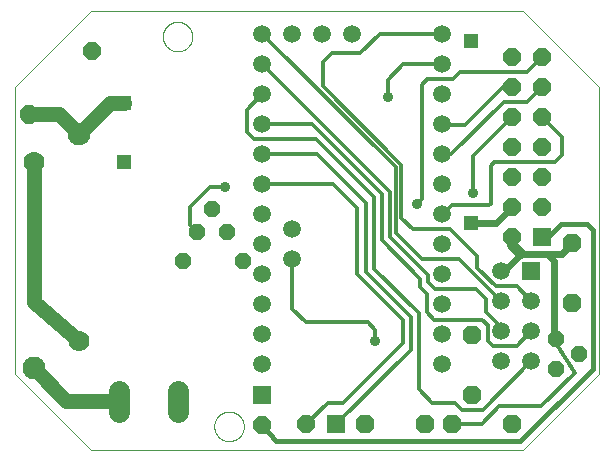
<source format=gbl>
G75*
%MOIN*%
%OFA0B0*%
%FSLAX25Y25*%
%IPPOS*%
%LPD*%
%AMOC8*
5,1,8,0,0,1.08239X$1,22.5*
%
%ADD10C,0.00000*%
%ADD11R,0.05150X0.05150*%
%ADD12C,0.07600*%
%ADD13C,0.07000*%
%ADD14C,0.07050*%
%ADD15C,0.05937*%
%ADD16R,0.05937X0.05937*%
%ADD17OC8,0.06300*%
%ADD18OC8,0.05200*%
%ADD19R,0.06000X0.06000*%
%ADD20OC8,0.06000*%
%ADD21C,0.01187*%
%ADD22C,0.05000*%
%ADD23C,0.02400*%
%ADD24C,0.03200*%
%ADD25C,0.01200*%
%ADD26C,0.01600*%
%ADD27C,0.03562*%
D10*
X0002942Y0027902D02*
X0028336Y0002508D01*
X0172431Y0002508D01*
X0197824Y0027902D01*
X0197824Y0123374D01*
X0172431Y0148768D01*
X0028336Y0148768D01*
X0002942Y0123374D01*
X0002942Y0027902D01*
X0069478Y0010382D02*
X0069480Y0010522D01*
X0069486Y0010662D01*
X0069496Y0010801D01*
X0069510Y0010940D01*
X0069528Y0011079D01*
X0069549Y0011217D01*
X0069575Y0011355D01*
X0069605Y0011492D01*
X0069638Y0011627D01*
X0069676Y0011762D01*
X0069717Y0011896D01*
X0069762Y0012029D01*
X0069810Y0012160D01*
X0069863Y0012289D01*
X0069919Y0012418D01*
X0069978Y0012544D01*
X0070042Y0012669D01*
X0070108Y0012792D01*
X0070179Y0012913D01*
X0070252Y0013032D01*
X0070329Y0013149D01*
X0070410Y0013263D01*
X0070493Y0013375D01*
X0070580Y0013485D01*
X0070670Y0013593D01*
X0070762Y0013697D01*
X0070858Y0013799D01*
X0070957Y0013899D01*
X0071058Y0013995D01*
X0071162Y0014089D01*
X0071269Y0014179D01*
X0071378Y0014266D01*
X0071490Y0014351D01*
X0071604Y0014432D01*
X0071720Y0014510D01*
X0071838Y0014584D01*
X0071959Y0014655D01*
X0072081Y0014723D01*
X0072206Y0014787D01*
X0072332Y0014848D01*
X0072459Y0014905D01*
X0072589Y0014958D01*
X0072720Y0015008D01*
X0072852Y0015053D01*
X0072985Y0015096D01*
X0073120Y0015134D01*
X0073255Y0015168D01*
X0073392Y0015199D01*
X0073529Y0015226D01*
X0073667Y0015248D01*
X0073806Y0015267D01*
X0073945Y0015282D01*
X0074084Y0015293D01*
X0074224Y0015300D01*
X0074364Y0015303D01*
X0074504Y0015302D01*
X0074644Y0015297D01*
X0074783Y0015288D01*
X0074923Y0015275D01*
X0075062Y0015258D01*
X0075200Y0015237D01*
X0075338Y0015213D01*
X0075475Y0015184D01*
X0075611Y0015152D01*
X0075746Y0015115D01*
X0075880Y0015075D01*
X0076013Y0015031D01*
X0076144Y0014983D01*
X0076274Y0014932D01*
X0076403Y0014877D01*
X0076530Y0014818D01*
X0076655Y0014755D01*
X0076778Y0014690D01*
X0076900Y0014620D01*
X0077019Y0014547D01*
X0077137Y0014471D01*
X0077252Y0014392D01*
X0077365Y0014309D01*
X0077475Y0014223D01*
X0077583Y0014134D01*
X0077688Y0014042D01*
X0077791Y0013947D01*
X0077891Y0013849D01*
X0077988Y0013749D01*
X0078082Y0013645D01*
X0078174Y0013539D01*
X0078262Y0013431D01*
X0078347Y0013320D01*
X0078429Y0013206D01*
X0078508Y0013090D01*
X0078583Y0012973D01*
X0078655Y0012853D01*
X0078723Y0012731D01*
X0078788Y0012607D01*
X0078850Y0012481D01*
X0078908Y0012354D01*
X0078962Y0012225D01*
X0079013Y0012094D01*
X0079059Y0011962D01*
X0079102Y0011829D01*
X0079142Y0011695D01*
X0079177Y0011560D01*
X0079209Y0011423D01*
X0079236Y0011286D01*
X0079260Y0011148D01*
X0079280Y0011010D01*
X0079296Y0010871D01*
X0079308Y0010731D01*
X0079316Y0010592D01*
X0079320Y0010452D01*
X0079320Y0010312D01*
X0079316Y0010172D01*
X0079308Y0010033D01*
X0079296Y0009893D01*
X0079280Y0009754D01*
X0079260Y0009616D01*
X0079236Y0009478D01*
X0079209Y0009341D01*
X0079177Y0009204D01*
X0079142Y0009069D01*
X0079102Y0008935D01*
X0079059Y0008802D01*
X0079013Y0008670D01*
X0078962Y0008539D01*
X0078908Y0008410D01*
X0078850Y0008283D01*
X0078788Y0008157D01*
X0078723Y0008033D01*
X0078655Y0007911D01*
X0078583Y0007791D01*
X0078508Y0007674D01*
X0078429Y0007558D01*
X0078347Y0007444D01*
X0078262Y0007333D01*
X0078174Y0007225D01*
X0078082Y0007119D01*
X0077988Y0007015D01*
X0077891Y0006915D01*
X0077791Y0006817D01*
X0077688Y0006722D01*
X0077583Y0006630D01*
X0077475Y0006541D01*
X0077365Y0006455D01*
X0077252Y0006372D01*
X0077137Y0006293D01*
X0077019Y0006217D01*
X0076900Y0006144D01*
X0076778Y0006074D01*
X0076655Y0006009D01*
X0076530Y0005946D01*
X0076403Y0005887D01*
X0076274Y0005832D01*
X0076144Y0005781D01*
X0076013Y0005733D01*
X0075880Y0005689D01*
X0075746Y0005649D01*
X0075611Y0005612D01*
X0075475Y0005580D01*
X0075338Y0005551D01*
X0075200Y0005527D01*
X0075062Y0005506D01*
X0074923Y0005489D01*
X0074783Y0005476D01*
X0074644Y0005467D01*
X0074504Y0005462D01*
X0074364Y0005461D01*
X0074224Y0005464D01*
X0074084Y0005471D01*
X0073945Y0005482D01*
X0073806Y0005497D01*
X0073667Y0005516D01*
X0073529Y0005538D01*
X0073392Y0005565D01*
X0073255Y0005596D01*
X0073120Y0005630D01*
X0072985Y0005668D01*
X0072852Y0005711D01*
X0072720Y0005756D01*
X0072589Y0005806D01*
X0072459Y0005859D01*
X0072332Y0005916D01*
X0072206Y0005977D01*
X0072081Y0006041D01*
X0071959Y0006109D01*
X0071838Y0006180D01*
X0071720Y0006254D01*
X0071604Y0006332D01*
X0071490Y0006413D01*
X0071378Y0006498D01*
X0071269Y0006585D01*
X0071162Y0006675D01*
X0071058Y0006769D01*
X0070957Y0006865D01*
X0070858Y0006965D01*
X0070762Y0007067D01*
X0070670Y0007171D01*
X0070580Y0007279D01*
X0070493Y0007389D01*
X0070410Y0007501D01*
X0070329Y0007615D01*
X0070252Y0007732D01*
X0070179Y0007851D01*
X0070108Y0007972D01*
X0070042Y0008095D01*
X0069978Y0008220D01*
X0069919Y0008346D01*
X0069863Y0008475D01*
X0069810Y0008604D01*
X0069762Y0008735D01*
X0069717Y0008868D01*
X0069676Y0009002D01*
X0069638Y0009137D01*
X0069605Y0009272D01*
X0069575Y0009409D01*
X0069549Y0009547D01*
X0069528Y0009685D01*
X0069510Y0009824D01*
X0069496Y0009963D01*
X0069486Y0010102D01*
X0069480Y0010242D01*
X0069478Y0010382D01*
X0052352Y0140303D02*
X0052354Y0140443D01*
X0052360Y0140583D01*
X0052370Y0140722D01*
X0052384Y0140861D01*
X0052402Y0141000D01*
X0052423Y0141138D01*
X0052449Y0141276D01*
X0052479Y0141413D01*
X0052512Y0141548D01*
X0052550Y0141683D01*
X0052591Y0141817D01*
X0052636Y0141950D01*
X0052684Y0142081D01*
X0052737Y0142210D01*
X0052793Y0142339D01*
X0052852Y0142465D01*
X0052916Y0142590D01*
X0052982Y0142713D01*
X0053053Y0142834D01*
X0053126Y0142953D01*
X0053203Y0143070D01*
X0053284Y0143184D01*
X0053367Y0143296D01*
X0053454Y0143406D01*
X0053544Y0143514D01*
X0053636Y0143618D01*
X0053732Y0143720D01*
X0053831Y0143820D01*
X0053932Y0143916D01*
X0054036Y0144010D01*
X0054143Y0144100D01*
X0054252Y0144187D01*
X0054364Y0144272D01*
X0054478Y0144353D01*
X0054594Y0144431D01*
X0054712Y0144505D01*
X0054833Y0144576D01*
X0054955Y0144644D01*
X0055080Y0144708D01*
X0055206Y0144769D01*
X0055333Y0144826D01*
X0055463Y0144879D01*
X0055594Y0144929D01*
X0055726Y0144974D01*
X0055859Y0145017D01*
X0055994Y0145055D01*
X0056129Y0145089D01*
X0056266Y0145120D01*
X0056403Y0145147D01*
X0056541Y0145169D01*
X0056680Y0145188D01*
X0056819Y0145203D01*
X0056958Y0145214D01*
X0057098Y0145221D01*
X0057238Y0145224D01*
X0057378Y0145223D01*
X0057518Y0145218D01*
X0057657Y0145209D01*
X0057797Y0145196D01*
X0057936Y0145179D01*
X0058074Y0145158D01*
X0058212Y0145134D01*
X0058349Y0145105D01*
X0058485Y0145073D01*
X0058620Y0145036D01*
X0058754Y0144996D01*
X0058887Y0144952D01*
X0059018Y0144904D01*
X0059148Y0144853D01*
X0059277Y0144798D01*
X0059404Y0144739D01*
X0059529Y0144676D01*
X0059652Y0144611D01*
X0059774Y0144541D01*
X0059893Y0144468D01*
X0060011Y0144392D01*
X0060126Y0144313D01*
X0060239Y0144230D01*
X0060349Y0144144D01*
X0060457Y0144055D01*
X0060562Y0143963D01*
X0060665Y0143868D01*
X0060765Y0143770D01*
X0060862Y0143670D01*
X0060956Y0143566D01*
X0061048Y0143460D01*
X0061136Y0143352D01*
X0061221Y0143241D01*
X0061303Y0143127D01*
X0061382Y0143011D01*
X0061457Y0142894D01*
X0061529Y0142774D01*
X0061597Y0142652D01*
X0061662Y0142528D01*
X0061724Y0142402D01*
X0061782Y0142275D01*
X0061836Y0142146D01*
X0061887Y0142015D01*
X0061933Y0141883D01*
X0061976Y0141750D01*
X0062016Y0141616D01*
X0062051Y0141481D01*
X0062083Y0141344D01*
X0062110Y0141207D01*
X0062134Y0141069D01*
X0062154Y0140931D01*
X0062170Y0140792D01*
X0062182Y0140652D01*
X0062190Y0140513D01*
X0062194Y0140373D01*
X0062194Y0140233D01*
X0062190Y0140093D01*
X0062182Y0139954D01*
X0062170Y0139814D01*
X0062154Y0139675D01*
X0062134Y0139537D01*
X0062110Y0139399D01*
X0062083Y0139262D01*
X0062051Y0139125D01*
X0062016Y0138990D01*
X0061976Y0138856D01*
X0061933Y0138723D01*
X0061887Y0138591D01*
X0061836Y0138460D01*
X0061782Y0138331D01*
X0061724Y0138204D01*
X0061662Y0138078D01*
X0061597Y0137954D01*
X0061529Y0137832D01*
X0061457Y0137712D01*
X0061382Y0137595D01*
X0061303Y0137479D01*
X0061221Y0137365D01*
X0061136Y0137254D01*
X0061048Y0137146D01*
X0060956Y0137040D01*
X0060862Y0136936D01*
X0060765Y0136836D01*
X0060665Y0136738D01*
X0060562Y0136643D01*
X0060457Y0136551D01*
X0060349Y0136462D01*
X0060239Y0136376D01*
X0060126Y0136293D01*
X0060011Y0136214D01*
X0059893Y0136138D01*
X0059774Y0136065D01*
X0059652Y0135995D01*
X0059529Y0135930D01*
X0059404Y0135867D01*
X0059277Y0135808D01*
X0059148Y0135753D01*
X0059018Y0135702D01*
X0058887Y0135654D01*
X0058754Y0135610D01*
X0058620Y0135570D01*
X0058485Y0135533D01*
X0058349Y0135501D01*
X0058212Y0135472D01*
X0058074Y0135448D01*
X0057936Y0135427D01*
X0057797Y0135410D01*
X0057657Y0135397D01*
X0057518Y0135388D01*
X0057378Y0135383D01*
X0057238Y0135382D01*
X0057098Y0135385D01*
X0056958Y0135392D01*
X0056819Y0135403D01*
X0056680Y0135418D01*
X0056541Y0135437D01*
X0056403Y0135459D01*
X0056266Y0135486D01*
X0056129Y0135517D01*
X0055994Y0135551D01*
X0055859Y0135589D01*
X0055726Y0135632D01*
X0055594Y0135677D01*
X0055463Y0135727D01*
X0055333Y0135780D01*
X0055206Y0135837D01*
X0055080Y0135898D01*
X0054955Y0135962D01*
X0054833Y0136030D01*
X0054712Y0136101D01*
X0054594Y0136175D01*
X0054478Y0136253D01*
X0054364Y0136334D01*
X0054252Y0136419D01*
X0054143Y0136506D01*
X0054036Y0136596D01*
X0053932Y0136690D01*
X0053831Y0136786D01*
X0053732Y0136886D01*
X0053636Y0136988D01*
X0053544Y0137092D01*
X0053454Y0137200D01*
X0053367Y0137310D01*
X0053284Y0137422D01*
X0053203Y0137536D01*
X0053126Y0137653D01*
X0053053Y0137772D01*
X0052982Y0137893D01*
X0052916Y0138016D01*
X0052852Y0138141D01*
X0052793Y0138267D01*
X0052737Y0138396D01*
X0052684Y0138525D01*
X0052636Y0138656D01*
X0052591Y0138789D01*
X0052550Y0138923D01*
X0052512Y0139058D01*
X0052479Y0139193D01*
X0052449Y0139330D01*
X0052423Y0139468D01*
X0052402Y0139606D01*
X0052384Y0139745D01*
X0052370Y0139884D01*
X0052360Y0140023D01*
X0052354Y0140163D01*
X0052352Y0140303D01*
D11*
X0039429Y0118256D03*
X0039429Y0098571D03*
X0155177Y0078098D03*
X0155177Y0138728D03*
D12*
X0024237Y0107754D03*
X0009270Y0029692D03*
D13*
X0024237Y0038920D03*
X0009270Y0098527D03*
D14*
X0037846Y0022272D02*
X0037846Y0015222D01*
X0057531Y0015222D02*
X0057531Y0022272D01*
D15*
X0085565Y0031051D03*
X0085565Y0041051D03*
X0085565Y0051051D03*
X0085565Y0061051D03*
X0095565Y0066051D03*
X0085565Y0071051D03*
X0095565Y0076051D03*
X0085565Y0081051D03*
X0085565Y0091051D03*
X0085565Y0101051D03*
X0085565Y0111051D03*
X0085565Y0121051D03*
X0085565Y0131051D03*
X0085565Y0141051D03*
X0095565Y0141051D03*
X0105565Y0141051D03*
X0115565Y0141051D03*
X0145565Y0141051D03*
X0145565Y0131051D03*
X0145565Y0121051D03*
X0145565Y0111051D03*
X0145565Y0101051D03*
X0145565Y0091051D03*
X0145565Y0081051D03*
X0145565Y0071051D03*
X0145565Y0061051D03*
X0145565Y0051051D03*
X0145565Y0041051D03*
X0145565Y0031051D03*
X0165213Y0032068D03*
X0175213Y0032068D03*
X0175213Y0042068D03*
X0165213Y0042068D03*
X0165213Y0052068D03*
X0175213Y0052068D03*
X0165213Y0062068D03*
D16*
X0175213Y0062068D03*
D17*
X0188769Y0071366D03*
X0188769Y0051366D03*
X0155502Y0040854D03*
X0155502Y0020854D03*
X0148748Y0011089D03*
X0139613Y0011161D03*
X0119613Y0011161D03*
X0168748Y0011089D03*
D18*
X0183551Y0029495D03*
X0191051Y0034495D03*
X0183551Y0039495D03*
X0079059Y0065416D03*
X0073691Y0075343D03*
X0068691Y0082843D03*
X0063691Y0075343D03*
X0059059Y0065416D03*
D19*
X0085521Y0020992D03*
X0110108Y0011091D03*
X0178809Y0073492D03*
D20*
X0168809Y0073492D03*
X0168809Y0083492D03*
X0178809Y0083492D03*
X0178809Y0093492D03*
X0168809Y0093492D03*
X0168809Y0103492D03*
X0178809Y0103492D03*
X0178809Y0113492D03*
X0168809Y0113492D03*
X0168809Y0123492D03*
X0178809Y0123492D03*
X0178809Y0133492D03*
X0168809Y0133492D03*
X0100108Y0011091D03*
X0085521Y0010992D03*
D21*
X0009391Y0114768D02*
X0009985Y0115362D01*
X0009985Y0113394D01*
X0008595Y0112004D01*
X0006627Y0112004D01*
X0005237Y0113394D01*
X0005237Y0115362D01*
X0006627Y0116752D01*
X0008595Y0116752D01*
X0009985Y0115362D01*
X0009094Y0114993D01*
X0009094Y0113763D01*
X0008226Y0112895D01*
X0006996Y0112895D01*
X0006128Y0113763D01*
X0006128Y0114993D01*
X0006996Y0115861D01*
X0008226Y0115861D01*
X0009094Y0114993D01*
X0008203Y0114624D01*
X0008203Y0114132D01*
X0007857Y0113786D01*
X0007365Y0113786D01*
X0007019Y0114132D01*
X0007019Y0114624D01*
X0007365Y0114970D01*
X0007857Y0114970D01*
X0008203Y0114624D01*
X0030605Y0135981D02*
X0031199Y0136575D01*
X0031199Y0134607D01*
X0029809Y0133217D01*
X0027841Y0133217D01*
X0026451Y0134607D01*
X0026451Y0136575D01*
X0027841Y0137965D01*
X0029809Y0137965D01*
X0031199Y0136575D01*
X0030308Y0136206D01*
X0030308Y0134976D01*
X0029440Y0134108D01*
X0028210Y0134108D01*
X0027342Y0134976D01*
X0027342Y0136206D01*
X0028210Y0137074D01*
X0029440Y0137074D01*
X0030308Y0136206D01*
X0029417Y0135837D01*
X0029417Y0135345D01*
X0029071Y0134999D01*
X0028579Y0134999D01*
X0028233Y0135345D01*
X0028233Y0135837D01*
X0028579Y0136183D01*
X0029071Y0136183D01*
X0029417Y0135837D01*
D22*
X0009270Y0029692D02*
X0020215Y0018747D01*
X0037846Y0018747D01*
X0024237Y0038920D02*
X0009270Y0051918D01*
X0009270Y0098527D01*
X0024237Y0107754D02*
X0034739Y0118256D01*
X0039429Y0118256D01*
X0024237Y0107754D02*
X0017614Y0114378D01*
X0007611Y0114378D01*
D23*
X0155177Y0078098D02*
X0163415Y0078098D01*
X0168809Y0083492D01*
X0171840Y0067862D02*
X0180305Y0067862D01*
X0185265Y0067862D01*
X0188769Y0071366D01*
X0182667Y0065500D02*
X0182667Y0039789D01*
X0183551Y0039495D01*
X0166046Y0062068D02*
X0165213Y0062068D01*
X0166046Y0062068D02*
X0171840Y0067862D01*
X0180305Y0067862D02*
X0182667Y0065500D01*
D24*
X0171840Y0067862D02*
X0168809Y0070894D01*
X0168809Y0073492D01*
D25*
X0157076Y0067075D02*
X0157076Y0063335D01*
X0163376Y0057035D01*
X0170245Y0057035D01*
X0175213Y0052068D01*
X0165213Y0052068D02*
X0151190Y0066091D01*
X0138572Y0066091D01*
X0129911Y0074752D01*
X0129911Y0096705D01*
X0085565Y0141051D01*
X0085565Y0131051D02*
X0127942Y0088673D01*
X0127942Y0073571D01*
X0140738Y0060776D01*
X0140738Y0058413D01*
X0143100Y0056051D01*
X0156879Y0056051D01*
X0160226Y0052705D01*
X0160226Y0048629D01*
X0165213Y0043643D01*
X0165213Y0042068D01*
X0160620Y0044043D02*
X0160620Y0038925D01*
X0162391Y0037154D01*
X0170298Y0037154D01*
X0175213Y0042068D01*
X0183651Y0037350D02*
X0189753Y0028295D01*
X0178533Y0017075D01*
X0164557Y0017075D01*
X0158571Y0011089D01*
X0148748Y0011089D01*
X0152155Y0015894D02*
X0149793Y0018256D01*
X0142116Y0018256D01*
X0137588Y0022783D01*
X0137588Y0048177D01*
X0122824Y0062941D01*
X0122824Y0086760D01*
X0103533Y0106051D01*
X0082667Y0106051D01*
X0080305Y0108413D01*
X0080305Y0115791D01*
X0085565Y0121051D01*
X0085565Y0111051D02*
X0102076Y0111051D01*
X0125383Y0087744D01*
X0125383Y0072390D01*
X0138179Y0059594D01*
X0138179Y0056839D01*
X0140344Y0054673D01*
X0140344Y0048374D01*
X0142706Y0046012D01*
X0158651Y0046012D01*
X0160620Y0044043D01*
X0175213Y0032068D02*
X0159039Y0015894D01*
X0152155Y0015894D01*
X0135029Y0036012D02*
X0135029Y0046996D01*
X0120068Y0061957D01*
X0120068Y0084791D01*
X0103809Y0101051D01*
X0085565Y0101051D01*
X0085565Y0091051D02*
X0109084Y0091051D01*
X0117116Y0083020D01*
X0117116Y0061169D01*
X0132273Y0046012D01*
X0132273Y0038138D01*
X0112391Y0018256D01*
X0107273Y0018256D01*
X0100108Y0011091D01*
X0110108Y0011091D02*
X0135029Y0036012D01*
X0123218Y0038925D02*
X0123218Y0042469D01*
X0120659Y0045028D01*
X0099990Y0045028D01*
X0095565Y0049453D01*
X0095565Y0066051D01*
X0095604Y0066091D01*
X0073218Y0090106D02*
X0067903Y0090106D01*
X0061407Y0083610D01*
X0061407Y0077626D01*
X0063691Y0075343D01*
X0105698Y0123768D02*
X0105698Y0131839D01*
X0108651Y0134791D01*
X0118100Y0134791D01*
X0124596Y0141287D01*
X0145328Y0141287D01*
X0145565Y0141051D01*
X0145565Y0131051D02*
X0132457Y0131051D01*
X0127265Y0125859D01*
X0127265Y0120233D01*
X0127352Y0120146D01*
X0138572Y0124161D02*
X0138572Y0086169D01*
X0136998Y0084594D01*
X0131879Y0079870D02*
X0131879Y0097587D01*
X0105698Y0123768D01*
X0138572Y0124161D02*
X0140541Y0126130D01*
X0149202Y0126130D01*
X0151565Y0128492D01*
X0173809Y0128492D01*
X0178809Y0133492D01*
X0178809Y0123492D02*
X0173769Y0118453D01*
X0165935Y0118453D01*
X0148533Y0101051D01*
X0145565Y0101051D01*
X0155895Y0100579D02*
X0168809Y0113492D01*
X0178809Y0113492D02*
X0185423Y0106878D01*
X0185423Y0100736D01*
X0183061Y0098374D01*
X0162785Y0098374D01*
X0161604Y0097193D01*
X0161604Y0084594D01*
X0161210Y0084201D01*
X0148809Y0084201D01*
X0145659Y0081051D01*
X0145565Y0081051D01*
X0148021Y0076130D02*
X0135620Y0076130D01*
X0131879Y0079870D01*
X0148021Y0076130D02*
X0157076Y0067075D01*
X0155895Y0088138D02*
X0155895Y0100579D01*
X0153139Y0110972D02*
X0145643Y0110972D01*
X0145565Y0111051D01*
X0153139Y0110972D02*
X0165659Y0123492D01*
X0168809Y0123492D01*
D26*
X0185029Y0077705D02*
X0193887Y0077705D01*
X0195659Y0075933D01*
X0195659Y0029673D01*
X0171446Y0005461D01*
X0090068Y0005461D01*
X0085521Y0010992D01*
X0178809Y0073492D02*
X0180816Y0073492D01*
X0185029Y0077705D01*
X0183551Y0039495D02*
X0183651Y0037350D01*
D27*
X0123218Y0038925D03*
X0136998Y0084594D03*
X0155895Y0088138D03*
X0127352Y0120146D03*
X0073218Y0090106D03*
M02*

</source>
